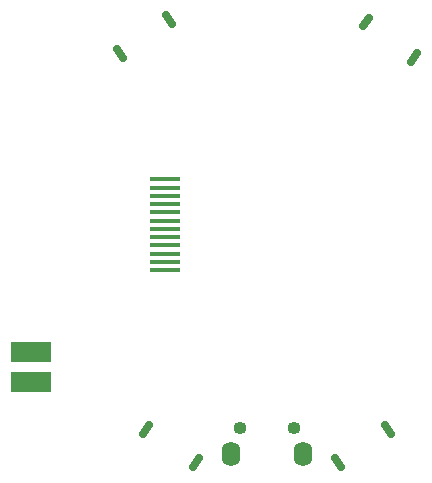
<source format=gbr>
%TF.GenerationSoftware,KiCad,Pcbnew,5.1.5+dfsg1-2~bpo10+1*%
%TF.CreationDate,Date%
%TF.ProjectId,osw,6f73772e-6b69-4636-9164-5f7063625858,rev?*%
%TF.SameCoordinates,Original*%
%TF.FileFunction,Soldermask,Bot*%
%TF.FilePolarity,Negative*%
%FSLAX46Y46*%
G04 Gerber Fmt 4.6, Leading zero omitted, Abs format (unit mm)*
G04 Created by KiCad*
%MOMM*%
%LPD*%
G04 APERTURE LIST*
%ADD10R,3.502000X1.802000*%
%ADD11O,1.100000X1.100000*%
%ADD12O,1.600000X2.100000*%
%ADD13C,0.702000*%
%ADD14R,2.602000X0.452000*%
G04 APERTURE END LIST*
D10*
%TO.C,J1*%
X140000000Y-119960000D03*
X140000000Y-122500000D03*
%TD*%
D11*
%TO.C,U5*%
X162286000Y-126404500D03*
X157714000Y-126404500D03*
D12*
X163048000Y-128627000D03*
X156952000Y-128627000D03*
%TD*%
D13*
%TO.C,SW2*%
X168070486Y-92428537D02*
X168613600Y-91681005D01*
X172180292Y-95414486D02*
X172723406Y-94666954D01*
%TD*%
%TO.C,SW1*%
X147762793Y-95096106D02*
X147246099Y-94330076D01*
X151974304Y-92255406D02*
X151457610Y-91489376D01*
%TD*%
%TO.C,SW5*%
X154224304Y-128994594D02*
X153707610Y-129760624D01*
X150012793Y-126153894D02*
X149496099Y-126919924D01*
%TD*%
%TO.C,SW4*%
X170014760Y-126188818D02*
X170518006Y-126963750D01*
X165754314Y-128955585D02*
X166257560Y-129730517D01*
%TD*%
D14*
%TO.C,U4*%
X151380000Y-109570000D03*
X151380000Y-110270000D03*
X151380000Y-110970000D03*
X151380000Y-111670000D03*
X151380000Y-112370000D03*
X151380000Y-113070000D03*
X151380000Y-108870000D03*
X151380000Y-108170000D03*
X151380000Y-107470000D03*
X151380000Y-106770000D03*
X151380000Y-106070000D03*
X151380000Y-105370000D03*
%TD*%
M02*

</source>
